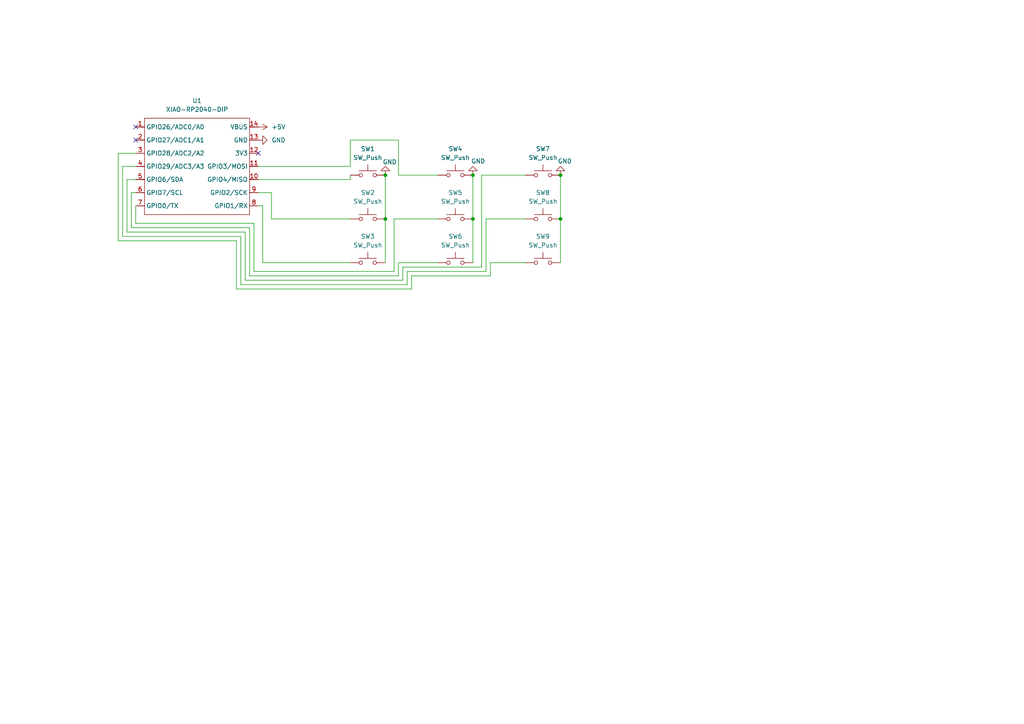
<source format=kicad_sch>
(kicad_sch (version 20250114) (generator "eeschema") (generator_version "9.0")
  (paper "A4")
  (lib_symbols
    (symbol "OPL:XIAO-RP2040-DIP"
      (property "Reference" "U" (at 0 0 0))
      (property "Value" "XIAO-RP2040-DIP" (at 5.334 -1.778 0))
      (symbol "XIAO-RP2040-DIP_1_0"
        (polyline (pts (xy -1.27 -2.54) (xy 29.21 -2.54)) (stroke (width 0.1524)))
        (polyline (pts (xy -1.27 -5.08) (xy -2.54 -5.08)) (stroke (width 0.1524)))
        (polyline (pts (xy -1.27 -5.08) (xy -1.27 -2.54)) (stroke (width 0.1524)))
        (polyline (pts (xy -1.27 -8.89) (xy -2.54 -8.89)) (stroke (width 0.1524)))
        (polyline (pts (xy -1.27 -8.89) (xy -1.27 -5.08)) (stroke (width 0.1524)))
        (polyline (pts (xy -1.27 -12.7) (xy -2.54 -12.7)) (stroke (width 0.1524)))
        (polyline (pts (xy -1.27 -12.7) (xy -1.27 -8.89)) (stroke (width 0.1524)))
        (polyline (pts (xy -1.27 -16.51) (xy -2.54 -16.51)) (stroke (width 0.1524)))
        (polyline (pts (xy -1.27 -16.51) (xy -1.27 -12.7)) (stroke (width 0.1524)))
        (polyline (pts (xy -1.27 -20.32) (xy -2.54 -20.32)) (stroke (width 0.1524)))
        (polyline (pts (xy -1.27 -24.13) (xy -2.54 -24.13)) (stroke (width 0.1524)))
        (polyline (pts (xy -1.27 -27.94) (xy -2.54 -27.94)) (stroke (width 0.1524)))
        (polyline (pts (xy -1.27 -30.48) (xy -1.27 -16.51)) (stroke (width 0.1524)))
        (polyline (pts (xy 29.21 -2.54) (xy 29.21 -5.08)) (stroke (width 0.1524)))
        (polyline (pts (xy 29.21 -5.08) (xy 29.21 -8.89)) (stroke (width 0.1524)))
        (polyline (pts (xy 29.21 -8.89) (xy 29.21 -12.7)) (stroke (width 0.1524)))
        (polyline (pts (xy 29.21 -12.7) (xy 29.21 -30.48)) (stroke (width 0.1524)))
        (polyline (pts (xy 29.21 -30.48) (xy -1.27 -30.48)) (stroke (width 0.1524)))
        (polyline (pts (xy 30.48 -5.08) (xy 29.21 -5.08)) (stroke (width 0.1524)))
        (polyline (pts (xy 30.48 -8.89) (xy 29.21 -8.89)) (stroke (width 0.1524)))
        (polyline (pts (xy 30.48 -12.7) (xy 29.21 -12.7)) (stroke (width 0.1524)))
        (polyline (pts (xy 30.48 -16.51) (xy 29.21 -16.51)) (stroke (width 0.1524)))
        (polyline (pts (xy 30.48 -20.32) (xy 29.21 -20.32)) (stroke (width 0.1524)))
        (polyline (pts (xy 30.48 -24.13) (xy 29.21 -24.13)) (stroke (width 0.1524)))
        (polyline (pts (xy 30.48 -27.94) (xy 29.21 -27.94)) (stroke (width 0.1524)))
        (pin passive line (at -3.81 -5.08 0) (length 2.54) (name "GPIO26/ADC0/A0") (number "1"))
        (pin passive line (at -3.81 -8.89 0) (length 2.54) (name "GPIO27/ADC1/A1") (number "2"))
        (pin passive line (at -3.81 -12.7 0) (length 2.54) (name "GPIO28/ADC2/A2") (number "3"))
        (pin passive line (at -3.81 -16.51 0) (length 2.54) (name "GPIO29/ADC3/A3") (number "4"))
        (pin passive line (at -3.81 -20.32 0) (length 2.54) (name "GPIO6/SDA") (number "5"))
        (pin passive line (at -3.81 -24.13 0) (length 2.54) (name "GPIO7/SCL") (number "6"))
        (pin passive line (at -3.81 -27.94 0) (length 2.54) (name "GPIO0/TX") (number "7"))
        (pin passive line (at 31.75 -5.08 180) (length 2.54) (name "VBUS") (number "14"))
        (pin passive line (at 31.75 -8.89 180) (length 2.54) (name "GND") (number "13"))
        (pin passive line (at 31.75 -12.7 180) (length 2.54) (name "3V3") (number "12"))
        (pin passive line (at 31.75 -16.51 180) (length 2.54) (name "GPIO3/MOSI") (number "11"))
        (pin passive line (at 31.75 -20.32 180) (length 2.54) (name "GPIO4/MISO") (number "10"))
        (pin passive line (at 31.75 -24.13 180) (length 2.54) (name "GPIO2/SCK") (number "9"))
        (pin passive line (at 31.75 -27.94 180) (length 2.54) (name "GPIO1/RX") (number "8"))
      )
    )
    (symbol "Switch:SW_Push" (pin_numbers (hide yes)) (pin_names (offset 1.016) (hide yes))
      (property "Reference" "SW" (at 1.27 2.54 0))
      (property "Value" "SW_Push" (at 0 -1.524 0))
      (symbol "SW_Push_0_1"
        (circle (center -2.032 0) (radius 0.508))
        (polyline (pts (xy 0 1.27) (xy 0 3.048)))
        (circle (center 2.032 0) (radius 0.508))
        (polyline (pts (xy 2.54 1.27) (xy -2.54 1.27)))
        (pin passive line (at -5.08 0 0) (length 2.54) (name "1") (number "1"))
        (pin passive line (at 5.08 0 180) (length 2.54) (name "2") (number "2"))
      )
    )
    (symbol "power:+5V" (power) (pin_numbers (hide yes)) (pin_names (offset 0) (hide yes))
      (property "Value" "+5V" (at 0 3.556 0))
      (symbol "+5V_0_1"
        (polyline (pts (xy -0.762 1.27) (xy 0 2.54)))
        (polyline (pts (xy 0 2.54) (xy 0.762 1.27)))
        (polyline (pts (xy 0 0) (xy 0 2.54)))
      )
      (symbol "+5V_1_1"
        (pin power_in line (at 0 0 90) (length 0) (name "~") (number "1"))
      )
    )
    (symbol "power:GND" (power) (pin_numbers (hide yes)) (pin_names (offset 0) (hide yes))
      (property "Value" "GND" (at 0 -3.81 0))
      (symbol "GND_0_1"
        (polyline (pts (xy 0 0) (xy 0 -1.27) (xy 1.27 -1.27) (xy 0 -2.54) (xy -1.27 -1.27) (xy 0 -1.27)))
      )
      (symbol "GND_1_1"
        (pin power_in line (at 0 0 270) (length 0) (name "~") (number "1"))
      )
    )
  )
  (junction (at 137.16 50.8))
  (junction (at 137.16 63.5))
  (junction (at 162.56 50.8))
  (junction (at 162.56 63.5))
  (junction (at 111.76 50.8))
  (junction (at 111.76 63.5))
  (no_connect (at 39.37 40.64))
  (no_connect (at 74.93 44.45))
  (no_connect (at 39.37 36.83))
  (wire (pts (xy 140.97 78.74) (xy 140.97 63.5)))
  (wire (pts (xy 36.83 52.07) (xy 36.83 67.31)))
  (wire (pts (xy 111.76 50.8) (xy 111.76 63.5)))
  (wire (pts (xy 68.58 83.82) (xy 119.38 83.82)))
  (wire (pts (xy 139.7 77.47) (xy 139.7 50.8)))
  (wire (pts (xy 114.3 63.5) (xy 127 63.5)))
  (wire (pts (xy 78.74 63.5) (xy 101.6 63.5)))
  (wire (pts (xy 115.57 50.8) (xy 127 50.8)))
  (wire (pts (xy 38.1 55.88) (xy 38.1 66.04)))
  (wire (pts (xy 39.37 44.45) (xy 34.29 44.45)))
  (wire (pts (xy 74.93 48.26) (xy 101.6 48.26)))
  (wire (pts (xy 39.37 55.88) (xy 38.1 55.88)))
  (wire (pts (xy 115.57 80.01) (xy 115.57 76.2)))
  (wire (pts (xy 114.3 78.74) (xy 114.3 63.5)))
  (wire (pts (xy 39.37 64.77) (xy 73.66 64.77)))
  (wire (pts (xy 142.24 80.01) (xy 142.24 76.2)))
  (wire (pts (xy 76.2 76.2) (xy 101.6 76.2)))
  (wire (pts (xy 116.84 77.47) (xy 139.7 77.47)))
  (wire (pts (xy 39.37 52.07) (xy 36.83 52.07)))
  (wire (pts (xy 76.2 59.69) (xy 76.2 76.2)))
  (wire (pts (xy 115.57 40.64) (xy 115.57 50.8)))
  (wire (pts (xy 118.11 82.55) (xy 118.11 78.74)))
  (wire (pts (xy 36.83 67.31) (xy 71.12 67.31)))
  (wire (pts (xy 74.93 55.88) (xy 78.74 55.88)))
  (wire (pts (xy 68.58 69.85) (xy 68.58 83.82)))
  (wire (pts (xy 71.12 67.31) (xy 71.12 81.28)))
  (wire (pts (xy 74.93 59.69) (xy 76.2 59.69)))
  (wire (pts (xy 101.6 40.64) (xy 115.57 40.64)))
  (wire (pts (xy 111.76 63.5) (xy 111.76 76.2)))
  (wire (pts (xy 34.29 44.45) (xy 34.29 69.85)))
  (wire (pts (xy 71.12 81.28) (xy 116.84 81.28)))
  (wire (pts (xy 72.39 80.01) (xy 115.57 80.01)))
  (wire (pts (xy 139.7 50.8) (xy 152.4 50.8)))
  (wire (pts (xy 39.37 48.26) (xy 35.56 48.26)))
  (wire (pts (xy 118.11 78.74) (xy 140.97 78.74)))
  (wire (pts (xy 116.84 81.28) (xy 116.84 77.47)))
  (wire (pts (xy 35.56 68.58) (xy 69.85 68.58)))
  (wire (pts (xy 73.66 64.77) (xy 73.66 78.74)))
  (wire (pts (xy 101.6 48.26) (xy 101.6 40.64)))
  (wire (pts (xy 162.56 63.5) (xy 162.56 76.2)))
  (wire (pts (xy 39.37 59.69) (xy 39.37 64.77)))
  (wire (pts (xy 101.6 52.07) (xy 101.6 50.8)))
  (wire (pts (xy 34.29 69.85) (xy 68.58 69.85)))
  (wire (pts (xy 69.85 68.58) (xy 69.85 82.55)))
  (wire (pts (xy 115.57 76.2) (xy 127 76.2)))
  (wire (pts (xy 69.85 82.55) (xy 118.11 82.55)))
  (wire (pts (xy 78.74 55.88) (xy 78.74 63.5)))
  (wire (pts (xy 140.97 63.5) (xy 152.4 63.5)))
  (wire (pts (xy 162.56 50.8) (xy 162.56 63.5)))
  (wire (pts (xy 142.24 76.2) (xy 152.4 76.2)))
  (wire (pts (xy 119.38 83.82) (xy 119.38 80.01)))
  (wire (pts (xy 73.66 78.74) (xy 114.3 78.74)))
  (wire (pts (xy 137.16 50.8) (xy 137.16 63.5)))
  (wire (pts (xy 137.16 63.5) (xy 137.16 76.2)))
  (wire (pts (xy 35.56 48.26) (xy 35.56 68.58)))
  (wire (pts (xy 38.1 66.04) (xy 72.39 66.04)))
  (wire (pts (xy 74.93 52.07) (xy 101.6 52.07)))
  (wire (pts (xy 119.38 80.01) (xy 142.24 80.01)))
  (wire (pts (xy 72.39 66.04) (xy 72.39 80.01)))
  (symbol (lib_id "power:GND") (at 111.76 50.8 180) (unit 1)
    (property "Reference" "#PWR08" (effects (hide yes)))
    (property "Value" "GND" (at 113.03 46.99 0))
    (property "Description" "Power symbol creates a global label with name \"GND\" , ground" (effects (hide yes)))
  )
  (symbol (lib_id "Switch:SW_Push") (at 157.48 50.8 0) (unit 1)
    (property "Reference" "SW7" (at 157.48 43.18 0))
    (property "Value" "SW_Push" (at 157.48 45.72 0))
    (property "Footprint" "Button_Switch_Keyboard:SW_Cherry_MX_1.00u_PCB" (effects (hide yes)))
    (property "Description" "Push button switch, generic, two pins" (effects (hide yes)))
  )
  (symbol (lib_id "power:GND") (at 137.16 50.8 180) (unit 1)
    (property "Reference" "#PWR07" (effects (hide yes)))
    (property "Value" "GND" (at 138.684 46.736 0))
    (property "Description" "Power symbol creates a global label with name \"GND\" , ground" (effects (hide yes)))
  )
  (symbol (lib_id "Switch:SW_Push") (at 157.48 63.5 0) (unit 1)
    (property "Reference" "SW8" (at 157.48 55.88 0))
    (property "Value" "SW_Push" (at 157.48 58.42 0))
    (property "Footprint" "Button_Switch_Keyboard:SW_Cherry_MX_1.00u_PCB" (effects (hide yes)))
    (property "Description" "Push button switch, generic, two pins" (effects (hide yes)))
  )
  (symbol (lib_id "Switch:SW_Push") (at 106.68 63.5 0) (unit 1)
    (property "Reference" "SW2" (at 106.68 55.88 0))
    (property "Value" "SW_Push" (at 106.68 58.42 0))
    (property "Footprint" "Button_Switch_Keyboard:SW_Cherry_MX_1.00u_PCB" (effects (hide yes)))
    (property "Description" "Push button switch, generic, two pins" (effects (hide yes)))
  )
  (symbol (lib_id "Switch:SW_Push") (at 132.08 50.8 0) (unit 1)
    (property "Reference" "SW4" (at 132.08 43.18 0))
    (property "Value" "SW_Push" (at 132.08 45.72 0))
    (property "Footprint" "Button_Switch_Keyboard:SW_Cherry_MX_1.00u_PCB" (effects (hide yes)))
    (property "Description" "Push button switch, generic, two pins" (effects (hide yes)))
  )
  (symbol (lib_id "power:+5V") (at 74.93 36.83 270) (unit 1)
    (property "Reference" "#PWR01" (effects (hide yes)))
    (property "Value" "+5V" (at 78.74 36.8299 90) (effects (justify left)))
    (property "Description" "Power symbol creates a global label with name \"+5V\"" (effects (hide yes)))
  )
  (symbol (lib_id "power:GND") (at 162.56 50.8 180) (unit 1)
    (property "Reference" "#PWR06" (effects (hide yes)))
    (property "Value" "GND" (at 163.83 46.736 0))
    (property "Description" "Power symbol creates a global label with name \"GND\" , ground" (effects (hide yes)))
  )
  (symbol (lib_id "Switch:SW_Push") (at 106.68 76.2 0) (unit 1)
    (property "Reference" "SW3" (at 106.68 68.58 0))
    (property "Value" "SW_Push" (at 106.68 71.12 0))
    (property "Footprint" "Button_Switch_Keyboard:SW_Cherry_MX_1.00u_PCB" (effects (hide yes)))
    (property "Description" "Push button switch, generic, two pins" (effects (hide yes)))
  )
  (symbol (lib_id "Switch:SW_Push") (at 132.08 63.5 0) (unit 1)
    (property "Reference" "SW5" (at 132.08 55.88 0))
    (property "Value" "SW_Push" (at 132.08 58.42 0))
    (property "Footprint" "Button_Switch_Keyboard:SW_Cherry_MX_1.00u_PCB" (effects (hide yes)))
    (property "Description" "Push button switch, generic, two pins" (effects (hide yes)))
  )
  (symbol (lib_id "power:GND") (at 74.93 40.64 90) (unit 1)
    (property "Reference" "#PWR02" (effects (hide yes)))
    (property "Value" "GND" (at 78.74 40.6399 90) (effects (justify right)))
    (property "Description" "Power symbol creates a global label with name \"GND\" , ground" (effects (hide yes)))
  )
  (symbol (lib_id "Switch:SW_Push") (at 132.08 76.2 0) (unit 1)
    (property "Reference" "SW6" (at 132.08 68.58 0))
    (property "Value" "SW_Push" (at 132.08 71.12 0))
    (property "Footprint" "Button_Switch_Keyboard:SW_Cherry_MX_1.00u_PCB" (effects (hide yes)))
    (property "Description" "Push button switch, generic, two pins" (effects (hide yes)))
  )
  (symbol (lib_id "Switch:SW_Push") (at 157.48 76.2 0) (unit 1)
    (property "Reference" "SW9" (at 157.48 68.58 0))
    (property "Value" "SW_Push" (at 157.48 71.12 0))
    (property "Footprint" "Button_Switch_Keyboard:SW_Cherry_MX_1.00u_PCB" (effects (hide yes)))
    (property "Description" "Push button switch, generic, two pins" (effects (hide yes)))
  )
  (symbol (lib_id "OPL:XIAO-RP2040-DIP") (at 43.18 31.75 0) (unit 1)
    (property "Reference" "U1" (at 57.15 29.21 0))
    (property "Value" "XIAO-RP2040-DIP" (at 57.15 31.75 0))
    (property "Footprint" "OPL:XIAO-RP2040-DIP" (effects (hide yes)))
  )
  (symbol (lib_id "Switch:SW_Push") (at 106.68 50.8 0) (unit 1)
    (property "Reference" "SW1" (at 106.68 43.18 0))
    (property "Value" "SW_Push" (at 106.68 45.72 0))
    (property "Footprint" "Button_Switch_Keyboard:SW_Cherry_MX_1.00u_PCB" (effects (hide yes)))
    (property "Description" "Push button switch, generic, two pins" (effects (hide yes)))
  )
)
</source>
